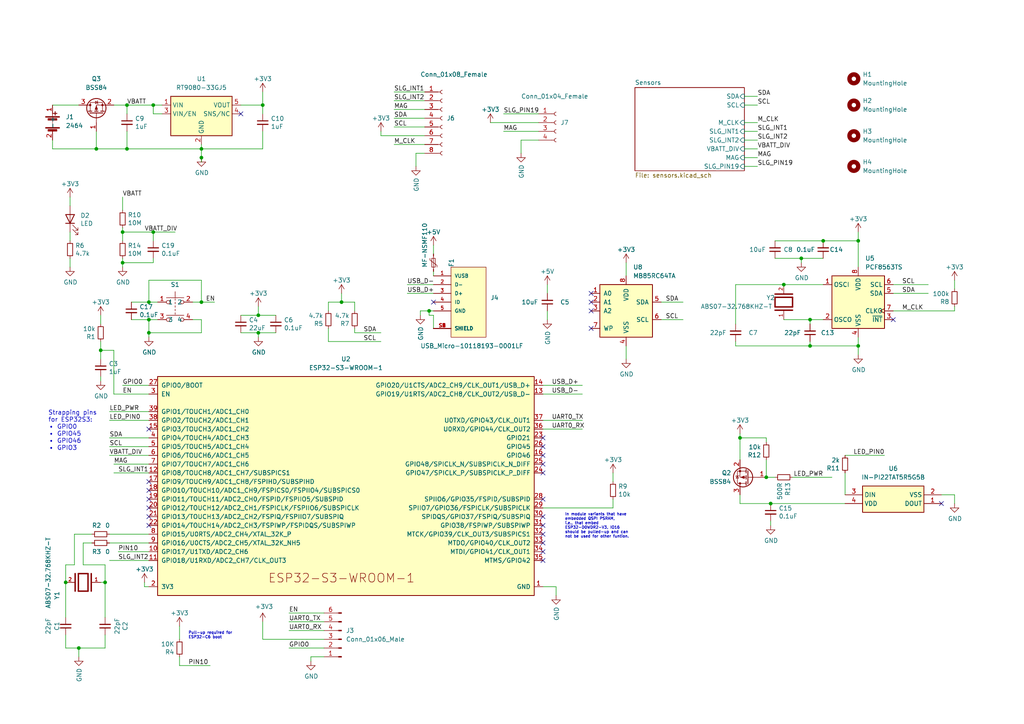
<source format=kicad_sch>
(kicad_sch (version 20211123) (generator eeschema)
  (paper "A4")
  (lib_symbols
    (symbol "Connector:Conn_01x04_Female" (pin_names (offset 1.016) hide)
      (property "Reference" "J" (at 0 5.08 0))
      (property "Value" "Conn_01x04_Female" (at 0 -7.62 0))
      (symbol "Conn_01x04_Female_1_1"
        (pin passive line (at -5.08 2.54 0) (length 3.81) (name "Pin_1") (number "1"))
        (pin passive line (at -5.08 0 0) (length 3.81) (name "Pin_2") (number "2"))
        (pin passive line (at -5.08 -2.54 0) (length 3.81) (name "Pin_3") (number "3"))
        (pin passive line (at -5.08 -5.08 0) (length 3.81) (name "Pin_4") (number "4"))
      )
    )
    (symbol "Connector:Conn_01x06_Male" (pin_names (offset 1.016) hide)
      (property "Reference" "J" (at 0 7.62 0))
      (property "Value" "Conn_01x06_Male" (at 0 -10.16 0))
      (symbol "Conn_01x06_Male_1_1"
        (pin passive line (at 5.08 5.08 180) (length 3.81) (name "Pin_1") (number "1"))
        (pin passive line (at 5.08 2.54 180) (length 3.81) (name "Pin_2") (number "2"))
        (pin passive line (at 5.08 0 180) (length 3.81) (name "Pin_3") (number "3"))
        (pin passive line (at 5.08 -2.54 180) (length 3.81) (name "Pin_4") (number "4"))
        (pin passive line (at 5.08 -5.08 180) (length 3.81) (name "Pin_5") (number "5"))
        (pin passive line (at 5.08 -7.62 180) (length 3.81) (name "Pin_6") (number "6"))
      )
    )
    (symbol "Connector:Conn_01x08_Female" (pin_names (offset 1.016) hide)
      (property "Reference" "J" (at 0 10.16 0))
      (property "Value" "Conn_01x08_Female" (at 0 -12.7 0))
      (symbol "Conn_01x08_Female_1_1"
        (pin passive line (at -5.08 7.62 0) (length 3.81) (name "Pin_1") (number "1"))
        (pin passive line (at -5.08 5.08 0) (length 3.81) (name "Pin_2") (number "2"))
        (pin passive line (at -5.08 2.54 0) (length 3.81) (name "Pin_3") (number "3"))
        (pin passive line (at -5.08 0 0) (length 3.81) (name "Pin_4") (number "4"))
        (pin passive line (at -5.08 -2.54 0) (length 3.81) (name "Pin_5") (number "5"))
        (pin passive line (at -5.08 -5.08 0) (length 3.81) (name "Pin_6") (number "6"))
        (pin passive line (at -5.08 -7.62 0) (length 3.81) (name "Pin_7") (number "7"))
        (pin passive line (at -5.08 -10.16 0) (length 3.81) (name "Pin_8") (number "8"))
      )
    )
    (symbol "Espressif:ESP32-S3-WROOM-1" (pin_names (offset 1.016))
      (property "Reference" "U" (at -53.34 38.1 0))
      (property "Value" "ESP32-S3-WROOM-1" (at -53.34 35.56 0))
      (symbol "ESP32-S3-WROOM-1_0_0"
        (text "ESP32-S3-WROOM-1" (at 0 -25.4 0) (effects (font (size 2.54 2.54))))
        (pin power_in line (at 58.42 -27.94 180) (length 2.54) (name "GND") (number "1"))
        (pin bidirectional line (at -55.88 -17.78 0) (length 2.54) (name "GPIO17/U1TXD/ADC2_CH6") (number "10"))
        (pin bidirectional line (at -55.88 -20.32 0) (length 2.54) (name "GPIO18/U1RXD/ADC2_CH7/CLK_OUT3") (number "11"))
        (pin bidirectional line (at -55.88 5.08 0) (length 2.54) (name "GPIO8/TOUCH8/ADC1_CH7/SUBSPICS1") (number "12"))
        (pin bidirectional line (at 58.42 27.94 180) (length 2.54) (name "GPIO19/U1RTS/ADC2_CH8/CLK_OUT2/USB_D-") (number "13"))
        (pin bidirectional line (at 58.42 30.48 180) (length 2.54) (name "GPIO20/U1CTS/ADC2_CH9/CLK_OUT1/USB_D+") (number "14"))
        (pin bidirectional line (at -55.88 17.78 0) (length 2.54) (name "GPIO3/TOUCH3/ADC1_CH2") (number "15"))
        (pin bidirectional line (at 58.42 10.16 180) (length 2.54) (name "GPIO46") (number "16"))
        (pin bidirectional line (at -55.88 2.54 0) (length 2.54) (name "GPIO9/TOUCH9/ADC1_CH8/FSPIHD/SUBSPIHD") (number "17"))
        (pin bidirectional line (at -55.88 0 0) (length 2.54) (name "GPIO10/TOUCH10/ADC1_CH9/FSPICS0/FSPIIO4/SUBSPICS0") (number "18"))
        (pin bidirectional line (at -55.88 -2.54 0) (length 2.54) (name "GPIO11/TOUCH11/ADC2_CH0/FSPID/FSPIIO5/SUBSPID") (number "19"))
        (pin power_in line (at -55.88 -27.94 0) (length 2.54) (name "3V3") (number "2"))
        (pin bidirectional line (at -55.88 -5.08 0) (length 2.54) (name "GPIO12/TOUCH12/ADC2_CH1/FSPICLK/FSPIIO6/SUBSPICLK") (number "20"))
        (pin bidirectional line (at -55.88 -7.62 0) (length 2.54) (name "GPIO13/TOUCH13/ADC2_CH2/FSPIQ/FSPIIO7/SUBSPIQ") (number "21"))
        (pin bidirectional line (at -55.88 -10.16 0) (length 2.54) (name "GPIO14/TOUCH14/ADC2_CH3/FSPIWP/FSPIDQS/SUBSPIWP") (number "22"))
        (pin bidirectional line (at 58.42 15.24 180) (length 2.54) (name "GPIO21") (number "23"))
        (pin bidirectional line (at 58.42 5.08 180) (length 2.54) (name "GPIO47/SPICLK_P/SUBSPICLK_P_DIFF") (number "24"))
        (pin bidirectional line (at 58.42 7.62 180) (length 2.54) (name "GPIO48/SPICLK_N/SUBSPICLK_N_DIFF") (number "25"))
        (pin bidirectional line (at 58.42 12.7 180) (length 2.54) (name "GPIO45") (number "26"))
        (pin bidirectional line (at -55.88 30.48 0) (length 2.54) (name "GPIO0/BOOT") (number "27"))
        (pin bidirectional line (at 58.42 -2.54 180) (length 2.54) (name "SPIIO6/GPIO35/FSPID/SUBSPID") (number "28"))
        (pin bidirectional line (at 58.42 -5.08 180) (length 2.54) (name "SPIIO7/GPIO36/FSPICLK/SUBSPICLK") (number "29"))
        (pin input line (at -55.88 27.94 0) (length 2.54) (name "EN") (number "3"))
        (pin bidirectional line (at 58.42 -7.62 180) (length 2.54) (name "SPIDQS/GPIO37/FSPIQ/SUBSPIQ") (number "30"))
        (pin bidirectional line (at 58.42 -10.16 180) (length 2.54) (name "GPIO38/FSPIWP/SUBSPIWP") (number "31"))
        (pin bidirectional line (at 58.42 -12.7 180) (length 2.54) (name "MTCK/GPIO39/CLK_OUT3/SUBSPICS1") (number "32"))
        (pin bidirectional line (at 58.42 -15.24 180) (length 2.54) (name "MTDO/GPIO40/CLK_OUT2") (number "33"))
        (pin bidirectional line (at 58.42 -17.78 180) (length 2.54) (name "MTDI/GPIO41/CLK_OUT1") (number "34"))
        (pin bidirectional line (at 58.42 -20.32 180) (length 2.54) (name "MTMS/GPIO42") (number "35"))
        (pin bidirectional line (at 58.42 17.78 180) (length 2.54) (name "U0RXD/GPIO44/CLK_OUT2") (number "36"))
        (pin bidirectional line (at 58.42 20.32 180) (length 2.54) (name "U0TXD/GPIO43/CLK_OUT1") (number "37"))
        (pin bidirectional line (at -55.88 20.32 0) (length 2.54) (name "GPIO2/TOUCH2/ADC1_CH1") (number "38"))
        (pin bidirectional line (at -55.88 22.86 0) (length 2.54) (name "GPIO1/TOUCH1/ADC1_CH0") (number "39"))
        (pin bidirectional line (at -55.88 15.24 0) (length 2.54) (name "GPIO4/TOUCH4/ADC1_CH3") (number "4"))
        (pin passive line (at 58.42 -27.94 180) (length 2.54) hide (name "GND") (number "40"))
        (pin passive line (at 58.42 -27.94 180) (length 2.54) hide (name "GND") (number "41"))
        (pin bidirectional line (at -55.88 12.7 0) (length 2.54) (name "GPIO5/TOUCH5/ADC1_CH4") (number "5"))
        (pin bidirectional line (at -55.88 10.16 0) (length 2.54) (name "GPIO6/TOUCH6/ADC1_CH5") (number "6"))
        (pin bidirectional line (at -55.88 7.62 0) (length 2.54) (name "GPIO7/TOUCH7/ADC1_CH6") (number "7"))
        (pin bidirectional line (at -55.88 -12.7 0) (length 2.54) (name "GPIO15/U0RTS/ADC2_CH4/XTAL_32K_P") (number "8"))
        (pin bidirectional line (at -55.88 -15.24 0) (length 2.54) (name "GPIO16/U0CTS/ADC2_CH5/XTAL_32K_NH5") (number "9"))
      )
    )
    (symbol "Mechanical:MountingHole" (pin_names (offset 1.016))
      (property "Reference" "H" (at 0 5.08 0))
      (property "Value" "MountingHole" (at 0 3.175 0))
    )
    (symbol "Memory_NVRAM:FM24C64C" (pin_names (offset 1.016))
      (property "Reference" "U" (at -5.08 8.89 0))
      (property "Value" "FM24C64C" (at 6.35 -8.89 0))
      (symbol "FM24C64C_1_1"
        (pin input line (at -10.16 5.08 0) (length 2.54) (name "A0") (number "1"))
        (pin input line (at -10.16 2.54 0) (length 2.54) (name "A1") (number "2"))
        (pin input line (at -10.16 0 0) (length 2.54) (name "A2") (number "3"))
        (pin power_in line (at 0 -10.16 90) (length 2.54) (name "VSS") (number "4"))
        (pin bidirectional line (at 10.16 2.54 180) (length 2.54) (name "SDA") (number "5"))
        (pin input line (at 10.16 -2.54 180) (length 2.54) (name "SCL") (number "6"))
        (pin input line (at -10.16 -5.08 0) (length 2.54) (name "WP") (number "7"))
        (pin power_in line (at 0 10.16 270) (length 2.54) (name "VDD") (number "8"))
      )
    )
    (symbol "Nabil:2464" (pin_names (offset 0.762))
      (property "Reference" "J" (at 19.05 7.62 0))
      (property "Value" "2464" (at 19.05 5.08 0))
      (symbol "2464_0_0"
        (pin passive line (at -14.224 -1.651 0) (length 5.08) hide (name "MH1") (number "MH1"))
        (pin passive line (at -14.224 0.889 0) (length 5.08) hide (name "MH2") (number "MH2"))
      )
      (symbol "2464_1_1"
        (pin passive line (at 0 5.08 270) (length 2.54) (name "+") (number "1"))
        (pin passive line (at 0 -5.08 90) (length 2.54) (name "-") (number "2"))
      )
    )
    (symbol "Nabil:ABS07-32.768KHZ-T" (pin_names (offset 1.016))
      (property "Reference" "Y" (at -5.0878 3.8159 0))
      (property "Value" "ABS07-32.768KHZ-T" (at -5.0944 -5.0944 0))
      (symbol "ABS07-32.768KHZ-T_0_0"
        (pin passive line (at -5.08 0 0) (length 2.54) (name "~") (number "1"))
        (pin passive line (at 5.08 0 180) (length 2.54) (name "~") (number "2"))
      )
    )
    (symbol "Nabil:IN-PI22TAT5R5G5B"
      (property "Reference" "U" (at 0 0 0))
      (property "Value" "IN-PI22TAT5R5G5B" (at 0 0 0))
      (property "Reference_1" "LED" (at 24.13 7.62 0))
      (property "Value_1" "IN-PI22TAT5R5G5B" (at 24.13 5.08 0))
      (symbol "IN-PI22TAT5R5G5B_1_1"
        (pin passive line (at 27.94 -2.54 180) (length 5.08) (name "DOUT") (number "1"))
        (pin passive line (at 27.94 0 180) (length 5.08) (name "VSS") (number "2"))
        (pin passive line (at 0 0 0) (length 5.08) (name "DIN") (number "3"))
        (pin passive line (at 0 -2.54 0) (length 5.08) (name "VDD") (number "4"))
      )
    )
    (symbol "Nabil:PTS526_SK15_SMTR2_LFS"
      (property "Reference" "S?" (at 0 0 0))
      (property "Value" "PTS526_SK15_SMTR2_LFS" (at 1.27 6.35 0))
      (property "Reference_1" "S" (at -11.43 -6.35 0))
      (property "Value_1" "PTS526_SK15_SMTR2_LFS" (at -11.43 -8.89 0))
      (symbol "PTS526_SK15_SMTR2_LFS_0_1"
        (pin passive line (at -5.08 1.27 0) (length 2.54) (name "1") (number "1"))
        (pin passive line (at 5.08 1.27 180) (length 2.54) (name "2") (number "2"))
        (pin passive line (at -5.08 -3.81 0) (length 2.54) (name "3") (number "3"))
        (pin passive line (at 5.08 -3.81 180) (length 2.54) (name "4") (number "4"))
      )
    )
    (symbol "Nabil:RT9080N"
      (property "Reference" "U" (at 0 6.35 0))
      (property "Value" "RT9080N" (at 6.35 -7.62 0))
      (symbol "RT9080N_1_1"
        (pin power_in line (at -11.43 2.54 0) (length 2.54) (name "VIN") (number "1"))
        (pin power_in line (at 0 -8.89 90) (length 2.54) (name "GND") (number "2"))
        (pin input line (at -11.43 0 0) (length 2.54) (name "VIN/EN") (number "3"))
        (pin passive line (at 11.43 0 180) (length 2.54) (name "SNS/NC") (number "4"))
        (pin power_out line (at 11.43 2.54 180) (length 2.54) (name "VOUT") (number "5"))
      )
    )
    (symbol "Nabil:USB_Micro-10118193-0001LF" (pin_names (offset 1.016))
      (property "Reference" "J" (at -5.0817 10.9286 0))
      (property "Value" "USB_Micro-10118193-0001LF" (at -5.0819 -12.7097 0))
      (symbol "USB_Micro-10118193-0001LF_0_0"
        (pin power_in line (at -10.16 7.62 0) (length 5.08) (name "VUSB") (number "1"))
        (pin passive line (at -10.16 5.08 0) (length 5.08) (name "D-") (number "2"))
        (pin passive line (at -10.16 2.54 0) (length 5.08) (name "D+") (number "3"))
        (pin passive line (at -10.16 0 0) (length 5.08) (name "ID") (number "4"))
        (pin passive line (at -10.16 -2.54 0) (length 5.08) (name "GND") (number "5"))
        (pin passive line (at -10.16 -7.62 0) (length 5.08) (name "SHIELD") (number "S1"))
        (pin passive line (at -10.16 -7.62 0) (length 5.08) (name "SHIELD") (number "S2"))
        (pin passive line (at -10.16 -7.62 0) (length 5.08) (name "SHIELD") (number "S3"))
        (pin passive line (at -10.16 -7.62 0) (length 5.08) (name "SHIELD") (number "S4"))
        (pin passive line (at -10.16 -7.62 0) (length 5.08) (name "SHIELD") (number "S5"))
        (pin passive line (at -10.16 -7.62 0) (length 5.08) (name "SHIELD") (number "S6"))
      )
    )
    (symbol "Timer_RTC:PCF8563TS"
      (property "Reference" "U" (at -7.62 8.89 0))
      (property "Value" "PCF8563TS" (at 2.54 8.89 0))
      (symbol "PCF8563TS_1_1"
        (pin input line (at -10.16 5.08 0) (length 2.54) (name "OSCI") (number "1"))
        (pin output line (at -10.16 -5.08 0) (length 2.54) (name "OSCO") (number "2"))
        (pin output line (at 10.16 -5.08 180) (length 2.54) (name "~{INT}") (number "3"))
        (pin power_in line (at 0 -10.16 90) (length 2.54) (name "VSS") (number "4"))
        (pin bidirectional line (at 10.16 2.54 180) (length 2.54) (name "SDA") (number "5"))
        (pin input line (at 10.16 5.08 180) (length 2.54) (name "SCL") (number "6"))
        (pin output clock (at 10.16 -2.54 180) (length 2.54) (name "CLKO") (number "7"))
        (pin power_in line (at 0 10.16 270) (length 2.54) (name "VDD") (number "8"))
      )
    )
    (symbol "Transistor_FET:BSS84" (pin_names hide)
      (property "Reference" "Q" (at 5.08 1.905 0))
      (property "Value" "BSS84" (at 5.08 0 0))
      (symbol "BSS84_1_1"
        (pin input line (at -5.08 0 0) (length 2.54) (name "G") (number "1"))
        (pin passive line (at 2.54 -5.08 90) (length 2.54) (name "S") (number "2"))
        (pin passive line (at 2.54 5.08 270) (length 2.54) (name "D") (number "3"))
      )
    )
    (symbol "water_meter-rescue:+3.3V-power" (power) (pin_names (offset 0))
      (property "Value" "+3.3V-power" (at 0 3.556 0))
      (symbol "+3.3V-power_1_1"
        (pin power_in line (at 0 0 90) (length 0) hide (name "+3V3") (number "1"))
      )
    )
    (symbol "water_meter-rescue:+5V-power" (power) (pin_names (offset 0))
      (property "Value" "+5V-power" (at 0 3.556 0))
      (symbol "+5V-power_1_1"
        (pin power_in line (at 0 0 90) (length 0) hide (name "+5V") (number "1"))
      )
    )
    (symbol "water_meter-rescue:C_Small-Device" (pin_numbers hide) (pin_names (offset 0.254) hide)
      (property "Reference" "C" (at 0.254 1.778 0))
      (property "Value" "C_Small-Device" (at 0.254 -2.032 0))
      (symbol "C_Small-Device_1_1"
        (pin passive line (at 0 2.54 270) (length 2.032) (name "~") (number "1"))
        (pin passive line (at 0 -2.54 90) (length 2.032) (name "~") (number "2"))
      )
    )
    (symbol "water_meter-rescue:GND-power" (power) (pin_names (offset 0))
      (property "Value" "GND-power" (at 0 -3.81 0))
      (symbol "GND-power_1_1"
        (pin power_in line (at 0 0 270) (length 0) hide (name "GND") (number "1"))
      )
    )
    (symbol "water_meter-rescue:LED-Device" (pin_numbers hide) (pin_names (offset 1.016) hide)
      (property "Reference" "D" (at 0 2.54 0))
      (property "Value" "LED-Device" (at 0 -2.54 0))
      (symbol "LED-Device_1_1"
        (pin passive line (at -3.81 0 0) (length 2.54) (name "K") (number "1"))
        (pin passive line (at 3.81 0 180) (length 2.54) (name "A") (number "2"))
      )
    )
    (symbol "water_meter-rescue:Polyfuse_Small-Device" (pin_numbers hide) (pin_names (offset 0))
      (property "Reference" "F" (at -1.905 0 90))
      (property "Value" "Polyfuse_Small-Device" (at 1.905 0 90))
      (symbol "Polyfuse_Small-Device_1_1"
        (pin passive line (at 0 2.54 270) (length 0.635) (name "~") (number "1"))
        (pin passive line (at 0 -2.54 90) (length 0.635) (name "~") (number "2"))
      )
    )
    (symbol "water_meter-rescue:R_Small-Device" (pin_numbers hide) (pin_names (offset 0.254) hide)
      (property "Reference" "R" (at 0.762 0.508 0))
      (property "Value" "R_Small-Device" (at 0.762 -1.016 0))
      (symbol "R_Small-Device_1_1"
        (pin passive line (at 0 2.54 270) (length 0.762) (name "~") (number "1"))
        (pin passive line (at 0 -2.54 90) (length 0.762) (name "~") (number "2"))
      )
    )
  )
  (junction (at 124.46 90.17))
  (junction (at 27.94 43.18))
  (junction (at 43.18 87.63))
  (junction (at 58.42 45.72))
  (junction (at 234.95 92.71))
  (junction (at 22.86 187.96))
  (junction (at 58.42 43.18))
  (junction (at 232.41 74.93))
  (junction (at 19.05 168.91))
  (junction (at 223.52 146.05))
  (junction (at 248.92 100.33))
  (junction (at 74.93 91.44))
  (junction (at 76.2 30.48))
  (junction (at 36.83 43.18))
  (junction (at 43.18 96.52))
  (junction (at 44.45 67.31))
  (junction (at 248.92 69.85))
  (junction (at 35.56 67.31))
  (junction (at 58.42 87.63))
  (junction (at 234.95 100.33))
  (junction (at 35.56 76.2))
  (junction (at 222.25 138.43))
  (junction (at 44.45 30.48))
  (junction (at 214.63 127))
  (junction (at 227.33 82.55))
  (junction (at 43.18 92.71))
  (junction (at 238.76 69.85))
  (junction (at 30.48 168.91))
  (junction (at 29.21 101.6))
  (junction (at 74.93 96.52))
  (junction (at 36.83 30.48))
  (junction (at 99.06 87.63))
  (no_connect (at 171.45 85.09))
  (no_connect (at 157.48 152.4))
  (no_connect (at 43.18 152.4))
  (no_connect (at 157.48 154.94))
  (no_connect (at 43.18 139.7))
  (no_connect (at 43.18 142.24))
  (no_connect (at 157.48 144.78))
  (no_connect (at 273.05 146.05))
  (no_connect (at 157.48 157.48))
  (no_connect (at 171.45 95.25))
  (no_connect (at 157.48 127))
  (no_connect (at 171.45 90.17))
  (no_connect (at 157.48 134.62))
  (no_connect (at 157.48 160.02))
  (no_connect (at 157.48 149.86))
  (no_connect (at 43.18 144.78))
  (no_connect (at 157.48 132.08))
  (no_connect (at 69.85 33.02))
  (no_connect (at 157.48 137.16))
  (no_connect (at 157.48 162.56))
  (no_connect (at 171.45 87.63))
  (no_connect (at 259.08 92.71))
  (no_connect (at 157.48 129.54))
  (no_connect (at 43.18 149.86))
  (no_connect (at 125.73 87.63))
  (no_connect (at 43.18 124.46))
  (no_connect (at 43.18 147.32))
  (wire (pts (xy 36.83 43.18) (xy 58.42 43.18)))
  (wire (pts (xy 76.2 185.42) (xy 76.2 180.34)))
  (wire (pts (xy 248.92 67.31) (xy 248.92 69.85)))
  (wire (pts (xy 124.46 91.44) (xy 124.46 90.17)))
  (wire (pts (xy 29.21 99.06) (xy 29.21 101.6)))
  (wire (pts (xy 157.48 147.32) (xy 177.8 147.32)))
  (wire (pts (xy 146.05 38.1) (xy 156.21 38.1)))
  (wire (pts (xy 245.11 137.16) (xy 245.11 143.51)))
  (wire (pts (xy 215.9 43.18) (xy 219.71 43.18)))
  (wire (pts (xy 76.2 30.48) (xy 76.2 33.02)))
  (wire (pts (xy 58.42 81.28) (xy 58.42 87.63)))
  (wire (pts (xy 83.82 187.96) (xy 93.98 187.96)))
  (wire (pts (xy 99.06 87.63) (xy 102.87 87.63)))
  (wire (pts (xy 124.46 90.17) (xy 121.92 90.17)))
  (wire (pts (xy 74.93 91.44) (xy 80.01 91.44)))
  (wire (pts (xy 19.05 168.91) (xy 19.05 179.07)))
  (wire (pts (xy 114.3 41.91) (xy 123.19 41.91)))
  (wire (pts (xy 21.59 163.83) (xy 21.59 154.94)))
  (wire (pts (xy 31.75 127) (xy 43.18 127)))
  (wire (pts (xy 276.86 81.28) (xy 276.86 83.82)))
  (wire (pts (xy 90.17 190.5) (xy 90.17 191.77)))
  (wire (pts (xy 248.92 100.33) (xy 248.92 102.87)))
  (wire (pts (xy 24.13 163.83) (xy 30.48 163.83)))
  (wire (pts (xy 33.02 114.3) (xy 43.18 114.3)))
  (wire (pts (xy 214.63 125.73) (xy 214.63 127)))
  (wire (pts (xy 69.85 30.48) (xy 76.2 30.48)))
  (wire (pts (xy 22.86 190.5) (xy 22.86 187.96)))
  (wire (pts (xy 214.63 127) (xy 214.63 133.35)))
  (wire (pts (xy 102.87 87.63) (xy 102.87 90.17)))
  (wire (pts (xy 26.67 157.48) (xy 24.13 157.48)))
  (wire (pts (xy 222.25 133.35) (xy 222.25 138.43)))
  (wire (pts (xy 44.45 30.48) (xy 46.99 30.48)))
  (wire (pts (xy 35.56 111.76) (xy 43.18 111.76)))
  (wire (pts (xy 161.29 170.18) (xy 161.29 172.72)))
  (wire (pts (xy 30.48 163.83) (xy 30.48 168.91)))
  (wire (pts (xy 27.94 38.1) (xy 27.94 43.18)))
  (wire (pts (xy 121.92 90.17) (xy 121.92 91.44)))
  (wire (pts (xy 20.32 69.85) (xy 20.32 67.31)))
  (wire (pts (xy 142.24 35.56) (xy 156.21 35.56)))
  (wire (pts (xy 114.3 29.21) (xy 123.19 29.21)))
  (wire (pts (xy 44.45 33.02) (xy 44.45 30.48)))
  (wire (pts (xy 224.79 69.85) (xy 238.76 69.85)))
  (wire (pts (xy 29.21 101.6) (xy 29.21 104.14)))
  (wire (pts (xy 114.3 26.67) (xy 123.19 26.67)))
  (wire (pts (xy 177.8 144.78) (xy 177.8 147.32)))
  (wire (pts (xy 55.88 87.63) (xy 58.42 87.63)))
  (wire (pts (xy 36.83 38.1) (xy 36.83 43.18)))
  (wire (pts (xy 20.32 59.69) (xy 20.32 57.15)))
  (wire (pts (xy 31.75 157.48) (xy 43.18 157.48)))
  (wire (pts (xy 125.73 91.44) (xy 124.46 91.44)))
  (wire (pts (xy 114.3 36.83) (xy 123.19 36.83)))
  (wire (pts (xy 259.08 90.17) (xy 276.86 90.17)))
  (wire (pts (xy 19.05 187.96) (xy 19.05 184.15)))
  (wire (pts (xy 46.99 33.02) (xy 44.45 33.02)))
  (wire (pts (xy 110.49 39.37) (xy 123.19 39.37)))
  (wire (pts (xy 35.56 76.2) (xy 35.56 74.93)))
  (wire (pts (xy 232.41 74.93) (xy 238.76 74.93)))
  (wire (pts (xy 45.72 87.63) (xy 43.18 87.63)))
  (wire (pts (xy 245.11 132.08) (xy 256.54 132.08)))
  (wire (pts (xy 215.9 40.64) (xy 219.71 40.64)))
  (wire (pts (xy 33.02 114.3) (xy 33.02 101.6)))
  (wire (pts (xy 58.42 41.91) (xy 58.42 43.18)))
  (wire (pts (xy 276.86 143.51) (xy 276.86 146.05)))
  (wire (pts (xy 213.36 93.98) (xy 213.36 82.55)))
  (wire (pts (xy 120.65 44.45) (xy 120.65 48.26)))
  (wire (pts (xy 95.25 99.06) (xy 110.49 99.06)))
  (wire (pts (xy 93.98 190.5) (xy 90.17 190.5)))
  (wire (pts (xy 276.86 90.17) (xy 276.86 88.9)))
  (wire (pts (xy 35.56 67.31) (xy 44.45 67.31)))
  (wire (pts (xy 213.36 99.06) (xy 213.36 100.33)))
  (wire (pts (xy 43.18 96.52) (xy 58.42 96.52)))
  (wire (pts (xy 44.45 76.2) (xy 35.56 76.2)))
  (wire (pts (xy 157.48 121.92) (xy 168.91 121.92)))
  (wire (pts (xy 248.92 97.79) (xy 248.92 100.33)))
  (wire (pts (xy 181.61 76.2) (xy 181.61 80.01)))
  (wire (pts (xy 55.88 92.71) (xy 58.42 92.71)))
  (wire (pts (xy 29.21 91.44) (xy 29.21 93.98)))
  (wire (pts (xy 58.42 87.63) (xy 62.23 87.63)))
  (wire (pts (xy 248.92 69.85) (xy 248.92 77.47)))
  (wire (pts (xy 20.32 77.47) (xy 20.32 74.93)))
  (wire (pts (xy 222.25 128.27) (xy 222.25 127)))
  (wire (pts (xy 76.2 43.18) (xy 58.42 43.18)))
  (wire (pts (xy 215.9 27.94) (xy 219.71 27.94)))
  (wire (pts (xy 102.87 95.25) (xy 102.87 96.52)))
  (wire (pts (xy 22.86 187.96) (xy 19.05 187.96)))
  (wire (pts (xy 157.48 111.76) (xy 168.91 111.76)))
  (wire (pts (xy 223.52 151.13) (xy 223.52 152.4)))
  (wire (pts (xy 181.61 100.33) (xy 181.61 104.14)))
  (wire (pts (xy 157.48 124.46) (xy 168.91 124.46)))
  (wire (pts (xy 19.05 163.83) (xy 19.05 168.91)))
  (wire (pts (xy 213.36 82.55) (xy 227.33 82.55)))
  (wire (pts (xy 35.56 66.04) (xy 35.56 67.31)))
  (wire (pts (xy 76.2 38.1) (xy 76.2 43.18)))
  (wire (pts (xy 34.29 160.02) (xy 43.18 160.02)))
  (wire (pts (xy 157.48 114.3) (xy 168.91 114.3)))
  (wire (pts (xy 31.75 119.38) (xy 43.18 119.38)))
  (wire (pts (xy 22.86 187.96) (xy 30.48 187.96)))
  (wire (pts (xy 191.77 87.63) (xy 198.12 87.63)))
  (wire (pts (xy 227.33 92.71) (xy 234.95 92.71)))
  (wire (pts (xy 146.05 33.02) (xy 156.21 33.02)))
  (wire (pts (xy 30.48 179.07) (xy 30.48 168.91)))
  (wire (pts (xy 38.1 87.63) (xy 43.18 87.63)))
  (wire (pts (xy 43.18 170.18) (xy 41.91 170.18)))
  (wire (pts (xy 158.75 90.17) (xy 158.75 92.71)))
  (wire (pts (xy 52.07 193.04) (xy 60.96 193.04)))
  (wire (pts (xy 222.25 127) (xy 214.63 127)))
  (wire (pts (xy 43.18 87.63) (xy 43.18 81.28)))
  (wire (pts (xy 157.48 170.18) (xy 161.29 170.18)))
  (wire (pts (xy 215.9 38.1) (xy 219.71 38.1)))
  (wire (pts (xy 15.24 43.18) (xy 27.94 43.18)))
  (wire (pts (xy 35.56 67.31) (xy 35.56 69.85)))
  (wire (pts (xy 15.24 30.48) (xy 22.86 30.48)))
  (wire (pts (xy 95.25 95.25) (xy 95.25 99.06)))
  (wire (pts (xy 43.18 162.56) (xy 31.75 162.56)))
  (wire (pts (xy 215.9 35.56) (xy 219.71 35.56)))
  (wire (pts (xy 33.02 134.62) (xy 43.18 134.62)))
  (wire (pts (xy 41.91 170.18) (xy 41.91 168.91)))
  (wire (pts (xy 38.1 92.71) (xy 43.18 92.71)))
  (wire (pts (xy 177.8 137.16) (xy 177.8 139.7)))
  (wire (pts (xy 95.25 87.63) (xy 99.06 87.63)))
  (wire (pts (xy 83.82 177.8) (xy 93.98 177.8)))
  (wire (pts (xy 158.75 82.55) (xy 158.75 85.09)))
  (wire (pts (xy 44.45 67.31) (xy 50.8 67.31)))
  (wire (pts (xy 52.07 181.61) (xy 52.07 185.42)))
  (wire (pts (xy 123.19 44.45) (xy 120.65 44.45)))
  (wire (pts (xy 234.95 92.71) (xy 234.95 93.98)))
  (wire (pts (xy 259.08 85.09) (xy 269.24 85.09)))
  (wire (pts (xy 35.56 77.47) (xy 35.56 76.2)))
  (wire (pts (xy 102.87 96.52) (xy 110.49 96.52)))
  (wire (pts (xy 215.9 48.26) (xy 219.71 48.26)))
  (wire (pts (xy 125.73 78.74) (xy 125.73 80.01)))
  (wire (pts (xy 58.42 45.72) (xy 58.42 46.99)))
  (wire (pts (xy 74.93 96.52) (xy 74.93 97.79)))
  (wire (pts (xy 232.41 74.93) (xy 232.41 76.2)))
  (wire (pts (xy 33.02 137.16) (xy 43.18 137.16)))
  (wire (pts (xy 31.75 132.08) (xy 43.18 132.08)))
  (wire (pts (xy 125.73 71.12) (xy 125.73 73.66)))
  (wire (pts (xy 213.36 100.33) (xy 234.95 100.33)))
  (wire (pts (xy 21.59 163.83) (xy 19.05 163.83)))
  (wire (pts (xy 74.93 88.9) (xy 74.93 91.44)))
  (wire (pts (xy 24.13 157.48) (xy 24.13 163.83)))
  (wire (pts (xy 15.24 40.64) (xy 15.24 43.18)))
  (wire (pts (xy 83.82 182.88) (xy 93.98 182.88)))
  (wire (pts (xy 125.73 95.25) (xy 125.73 91.44)))
  (wire (pts (xy 44.45 74.93) (xy 44.45 76.2)))
  (wire (pts (xy 227.33 82.55) (xy 238.76 82.55)))
  (wire (pts (xy 74.93 96.52) (xy 80.01 96.52)))
  (wire (pts (xy 99.06 85.09) (xy 99.06 87.63)))
  (wire (pts (xy 234.95 99.06) (xy 234.95 100.33)))
  (wire (pts (xy 259.08 82.55) (xy 269.24 82.55)))
  (wire (pts (xy 69.85 96.52) (xy 74.93 96.52)))
  (wire (pts (xy 30.48 168.91) (xy 29.21 168.91)))
  (wire (pts (xy 52.07 190.5) (xy 52.07 193.04)))
  (wire (pts (xy 118.11 82.55) (xy 125.73 82.55)))
  (wire (pts (xy 125.73 90.17) (xy 124.46 90.17)))
  (wire (pts (xy 27.94 43.18) (xy 36.83 43.18)))
  (wire (pts (xy 191.77 92.71) (xy 198.12 92.71)))
  (wire (pts (xy 93.98 185.42) (xy 76.2 185.42)))
  (wire (pts (xy 224.79 74.93) (xy 232.41 74.93)))
  (wire (pts (xy 29.21 109.22) (xy 29.21 110.49)))
  (wire (pts (xy 33.02 30.48) (xy 36.83 30.48)))
  (wire (pts (xy 58.42 96.52) (xy 58.42 92.71)))
  (wire (pts (xy 43.18 92.71) (xy 43.18 96.52)))
  (wire (pts (xy 31.75 121.92) (xy 43.18 121.92)))
  (wire (pts (xy 223.52 146.05) (xy 245.11 146.05)))
  (wire (pts (xy 31.75 154.94) (xy 43.18 154.94)))
  (wire (pts (xy 110.49 39.37) (xy 110.49 38.1)))
  (wire (pts (xy 234.95 100.33) (xy 248.92 100.33)))
  (wire (pts (xy 273.05 143.51) (xy 276.86 143.51)))
  (wire (pts (xy 151.13 40.64) (xy 151.13 44.45)))
  (wire (pts (xy 44.45 67.31) (xy 44.45 69.85)))
  (wire (pts (xy 151.13 40.64) (xy 156.21 40.64)))
  (wire (pts (xy 33.02 101.6) (xy 29.21 101.6)))
  (wire (pts (xy 215.9 30.48) (xy 219.71 30.48)))
  (wire (pts (xy 118.11 85.09) (xy 125.73 85.09)))
  (wire (pts (xy 30.48 184.15) (xy 30.48 187.96)))
  (wire (pts (xy 36.83 30.48) (xy 36.83 33.02)))
  (wire (pts (xy 43.18 92.71) (xy 45.72 92.71)))
  (wire (pts (xy 35.56 57.15) (xy 35.56 60.96)))
  (wire (pts (xy 43.18 81.28) (xy 58.42 81.28)))
  (wire (pts (xy 214.63 146.05) (xy 223.52 146.05)))
  (wire (pts (xy 43.18 96.52) (xy 43.18 97.79)))
  (wire (pts (xy 76.2 30.48) (xy 76.2 26.67)))
  (wire (pts (xy 215.9 45.72) (xy 219.71 45.72)))
  (wire (pts (xy 229.87 138.43) (xy 241.3 138.43)))
  (wire (pts (xy 238.76 69.85) (xy 248.92 69.85)))
  (wire (pts (xy 21.59 154.94) (xy 26.67 154.94)))
  (wire (pts (xy 95.25 90.17) (xy 95.25 87.63)))
  (wire (pts (xy 222.25 138.43) (xy 224.79 138.43)))
  (wire (pts (xy 36.83 30.48) (xy 44.45 30.48)))
  (wire (pts (xy 214.63 146.05) (xy 214.63 143.51)))
  (wire (pts (xy 114.3 34.29) (xy 123.19 34.29)))
  (wire (pts (xy 114.3 31.75) (xy 123.19 31.75)))
  (wire (pts (xy 58.42 43.18) (xy 58.42 45.72)))
  (wire (pts (xy 31.75 129.54) (xy 43.18 129.54)))
  (wire (pts (xy 83.82 180.34) (xy 93.98 180.34)))
  (wire (pts (xy 69.85 91.44) (xy 74.93 91.44)))
  (wire (pts (xy 238.76 92.71) (xy 234.95 92.71)))
  (text "In module variants that have\nembedded QSPI PSRAM,\ni.e., that embed\nESP32-D0WDR2-V3, IO16\nshould be pulled-up and can\nnot be used for other funtion." (at 163.83 156.21 0) (effects (font (size 0.8 0.8)) (justify left bottom)))
  (text "Pull-up required for\nESP32-C6 boot" (at 54.61 185.42 0) (effects (font (size 0.8 0.8)) (justify left bottom)))
  (text "Strapping pins\nfor ESP32S3:\n• GPIO0\n• GPIO45\n• GPIO46\n• GPIO3" (at 13.97 130.81 0) (effects (font (size 1.27 1.27)) (justify left bottom)))
  (label "M_CLK" (at 114.3 41.91 0))
  (label "UART0_TX" (at 160.02 121.92 0))
  (label "SLG_INT1" (at 114.3 26.67 0))
  (label "SDA" (at 261.62 85.09 0))
  (label "SDA" (at 31.75 127 0))
  (label "VBATT_DIV" (at 31.75 132.08 0))
  (label "SLG_INT1" (at 219.71 38.1 0))
  (label "LED_PIN0" (at 256.54 132.08 180))
  (label "M_CLK" (at 261.62 90.17 0))
  (label "LED_PWR" (at 238.76 138.43 180))
  (label "VBATT" (at 36.83 30.48 0))
  (label "VBATT_DIV" (at 219.71 43.18 0))
  (label "SDA" (at 114.3 34.29 0))
  (label "GPIO0" (at 83.82 187.96 0))
  (label "SCL" (at 31.75 129.54 0))
  (label "GPIO0" (at 35.56 111.76 0))
  (label "SLG_INT1" (at 34.29 137.16 0))
  (label "SLG_INT2" (at 34.29 162.56 0))
  (label "PIN10" (at 54.61 193.04 0))
  (label "MAG" (at 219.71 45.72 0))
  (label "SLG_PIN19" (at 219.71 48.26 0))
  (label "SDA" (at 193.04 87.63 0))
  (label "LED_PIN0" (at 31.75 121.92 0))
  (label "UART0_TX" (at 83.82 180.34 0))
  (label "MAG" (at 146.05 38.1 0))
  (label "SDA" (at 219.71 27.94 0))
  (label "SCL" (at 193.04 92.71 0))
  (label "MAG" (at 33.02 134.62 0))
  (label "USB_D-" (at 118.11 82.55 0))
  (label "SDA" (at 105.41 96.52 0))
  (label "SCL" (at 114.3 36.83 0))
  (label "SLG_INT2" (at 219.71 40.64 0))
  (label "SLG_INT2" (at 114.3 29.21 0))
  (label "SCL" (at 105.41 99.06 0))
  (label "PIN10" (at 34.29 160.02 0))
  (label "USB_D-" (at 160.02 114.3 0))
  (label "SCL" (at 261.62 82.55 0))
  (label "VBATT" (at 35.56 57.15 0))
  (label "M_CLK" (at 219.71 35.56 0))
  (label "EN" (at 59.69 87.63 0))
  (label "UART0_RX" (at 83.82 182.88 0))
  (label "SLG_PIN19" (at 146.05 33.02 0))
  (label "USB_D+" (at 118.11 85.09 0))
  (label "EN" (at 35.56 114.3 0))
  (label "UART0_RX" (at 160.02 124.46 0))
  (label "USB_D+" (at 160.02 111.76 0))
  (label "EN" (at 83.82 177.8 0))
  (label "SCL" (at 219.71 30.48 0))
  (label "VBATT_DIV" (at 41.91 67.31 0))
  (label "MAG" (at 114.3 31.75 0))
  (label "LED_PWR" (at 31.75 119.38 0))
  (symbol (lib_id "water_meter-rescue:LED-Device") (at 20.32 63.5 90) (unit 1)
    (property "Reference" "D2" (at 23.3172 62.5094 90) (effects (justify right)))
    (property "Value" "LED" (at 23.3172 64.8208 90) (effects (justify right)))
    (property "Footprint" "LED_SMD:LED_0805_2012Metric" (effects hide))
  )
  (symbol (lib_id "water_meter-rescue:GND-power") (at 20.32 77.47 0) (unit 1)
    (property "Reference" "#PWR0107" (effects hide))
    (property "Value" "GND" (at 20.447 81.8642 0))
  )
  (symbol (lib_id "water_meter-rescue:+3.3V-power") (at 20.32 57.15 0) (unit 1)
    (property "Reference" "#PWR0108" (effects hide))
    (property "Value" "+3.3V" (at 20.32 53.34 0))
  )
  (symbol (lib_id "water_meter-rescue:R_Small-Device") (at 20.32 72.39 0) (unit 1)
    (property "Reference" "R6" (at 21.8186 71.2216 0) (effects (justify left)))
    (property "Value" "4.7k" (at 21.8186 73.533 0) (effects (justify left)))
    (property "Footprint" "Resistor_SMD:R_0805_2012Metric" (effects hide))
  )
  (symbol (lib_id "water_meter-rescue:GND-power") (at 121.92 91.44 0) (unit 1)
    (property "Reference" "#PWR0110" (effects hide))
    (property "Value" "GND" (at 122.047 94.6912 90) (effects (justify right)))
  )
  (symbol (lib_id "water_meter-rescue:+5V-power") (at 125.73 71.12 0) (unit 1)
    (property "Reference" "#PWR0114" (effects hide))
    (property "Value" "+5V" (at 125.73 67.31 0))
  )
  (symbol (lib_id "water_meter-rescue:Polyfuse_Small-Device") (at 125.73 76.2 0) (unit 1)
    (property "Reference" "F1" (at 130.937 76.2 90))
    (property "Value" "MF-NSMF110" (at 123.19 71.12 90))
    (property "Footprint" "Fuse:Fuse_1206_3216Metric" (effects hide))
    (property "Mouser Part Number" "652-MF-NSMF110-2" (effects hide))
  )
  (symbol (lib_id "water_meter-rescue:GND-power") (at 90.17 191.77 0) (unit 1)
    (property "Reference" "#PWR0117" (effects hide))
    (property "Value" "GND" (at 90.297 196.1642 0))
  )
  (symbol (lib_id "water_meter-rescue:+3.3V-power") (at 76.2 180.34 0) (unit 1)
    (property "Reference" "#PWR0116" (effects hide))
    (property "Value" "+3.3V" (at 76.581 175.9458 0))
  )
  (symbol (lib_id "water_meter-rescue:+3.3V-power") (at 76.2 26.67 0) (unit 1)
    (property "Reference" "#PWR0112" (effects hide))
    (property "Value" "+3.3V" (at 76.2 22.86 0))
  )
  (symbol (lib_id "water_meter-rescue:GND-power") (at 58.42 45.72 0) (unit 1)
    (property "Reference" "#PWR0113" (effects hide))
    (property "Value" "GND" (at 58.547 50.1142 0))
  )
  (symbol (lib_id "water_meter-rescue:C_Small-Device") (at 36.83 35.56 0) (unit 1)
    (property "Reference" "C9" (at 39.1668 34.3916 0) (effects (justify left)))
    (property "Value" "1uF" (at 39.1668 36.703 0) (effects (justify left)))
    (property "Footprint" "Capacitor_SMD:C_0805_2012Metric" (effects hide))
  )
  (symbol (lib_id "water_meter-rescue:C_Small-Device") (at 76.2 35.56 0) (unit 1)
    (property "Reference" "C10" (at 78.5368 34.3916 0) (effects (justify left)))
    (property "Value" "1uF" (at 78.5368 36.703 0) (effects (justify left)))
    (property "Footprint" "Capacitor_SMD:C_0805_2012Metric" (effects hide))
  )
  (symbol (lib_id "water_meter-rescue:C_Small-Device") (at 158.75 87.63 180) (unit 1)
    (property "Reference" "C5" (at 163.83 87.63 0))
    (property "Value" "10uF" (at 153.67 87.63 0))
    (property "Footprint" "Capacitor_SMD:C_0805_2012Metric" (effects hide))
  )
  (symbol (lib_id "Connector:Conn_01x04_Female") (at 161.29 35.56 0) (unit 1)
    (property "Reference" "J7" (at 162.56 35.5599 0) (effects (justify left)))
    (property "Value" "Conn_01x04_Female" (at 151.13 27.94 0) (effects (justify left)))
    (property "Footprint" "Connector_JST:JST_SH_SM04B-SRSS-TB_1x04-1MP_P1.00mm_Horizontal" (effects hide))
  )
  (symbol (lib_id "water_meter-rescue:R_Small-Device") (at 222.25 130.81 180) (unit 1)
    (property "Reference" "R12" (at 220.7514 131.9784 0) (effects (justify left)))
    (property "Value" "10k" (at 220.7514 129.667 0) (effects (justify left)))
    (property "Footprint" "Resistor_SMD:R_0805_2012Metric" (effects hide))
  )
  (symbol (lib_id "Transistor_FET:BSS84") (at 217.17 138.43 180) (unit 1)
    (property "Reference" "Q2" (at 212.09 137.1599 0) (effects (justify left)))
    (property "Value" "BSS84" (at 212.09 139.6999 0) (effects (justify left)))
    (property "Footprint" "Package_TO_SOT_SMD:SOT-23" (effects hide))
    (property "Datasheet" "http://assets.nexperia.com/documents/data-sheet/BSS84.pdf" (effects hide))
    (property "Mouser Part Number" "771-BSS84AK215" (effects hide))
  )
  (symbol (lib_id "Mechanical:MountingHole") (at 247.65 30.48 0) (unit 1)
    (property "Reference" "H2" (at 250.19 29.2099 0) (effects (justify left)))
    (property "Value" "MountingHole" (at 250.19 31.7499 0) (effects (justify left)))
    (property "Footprint" "MountingHole:MountingHole_6mm" (effects hide))
  )
  (symbol (lib_id "water_meter-rescue:GND-power") (at 161.29 172.72 0) (unit 1)
    (property "Reference" "#PWR012" (effects hide))
    (property "Value" "GND" (at 161.417 175.9712 90) (effects (justify right)))
  )
  (symbol (lib_id "water_meter-rescue:C_Small-Device") (at 29.21 106.68 0) (unit 1)
    (property "Reference" "C3" (at 31.5468 105.5116 0) (effects (justify left)))
    (property "Value" "1uF" (at 31.5468 107.823 0) (effects (justify left)))
    (property "Footprint" "Capacitor_SMD:C_0805_2012Metric" (effects hide))
  )
  (symbol (lib_id "Nabil:ABS07-32.768KHZ-T") (at 227.33 87.63 90) (unit 1)
    (property "Reference" "Y2" (at 222.25 86.36 90) (effects (justify right)))
    (property "Value" "ABS07-32.768KHZ-T" (at 203.2 88.9 90) (effects (justify right)))
    (property "Footprint" "Nabil:XTAL_ABS07-32.768KHZ-T" (effects hide))
    (property "PARTREV" "08.19.15" (effects hide))
    (property "MANUFACTURER" "Abracon" (effects hide))
    (property "MAXIMUM_PACKAGE_HEIGHT" "0.9 mm" (effects hide))
    (property "STANDARD" "Manufacturer Recommendations" (effects hide))
    (property "Mouser Part Number" "815-ABS07-32.768KHZT" (effects hide))
  )
  (symbol (lib_id "water_meter-rescue:+3.3V-power") (at 52.07 181.61 0) (unit 1)
    (property "Reference" "#PWR06" (effects hide))
    (property "Value" "+3.3V" (at 52.07 177.8 0))
  )
  (symbol (lib_id "water_meter-rescue:GND-power") (at 232.41 76.2 0) (unit 1)
    (property "Reference" "#PWR0105" (effects hide))
    (property "Value" "GND" (at 232.537 80.5942 0))
  )
  (symbol (lib_id "water_meter-rescue:+3.3V-power") (at 181.61 76.2 0) (unit 1)
    (property "Reference" "#PWR0121" (effects hide))
    (property "Value" "+3.3V" (at 181.61 72.39 0))
  )
  (symbol (lib_id "water_meter-rescue:R_Small-Device") (at 29.21 96.52 180) (unit 1)
    (property "Reference" "R1" (at 27.7114 97.6884 0) (effects (justify left)))
    (property "Value" "10k" (at 27.7114 95.377 0) (effects (justify left)))
    (property "Footprint" "Resistor_SMD:R_0805_2012Metric" (effects hide))
  )
  (symbol (lib_id "water_meter-rescue:R_Small-Device") (at 227.33 138.43 270) (unit 1)
    (property "Reference" "R13" (at 228.4984 139.9286 0) (effects (justify left)))
    (property "Value" "500R" (at 226.187 139.9286 0) (effects (justify left)))
    (property "Footprint" "Resistor_SMD:R_0805_2012Metric" (effects hide))
  )
  (symbol (lib_id "water_meter-rescue:C_Small-Device") (at 30.48 181.61 180) (unit 1)
    (property "Reference" "C2" (at 36.2966 181.61 90))
    (property "Value" "22pF" (at 33.9852 181.61 90))
    (property "Footprint" "Capacitor_SMD:C_0805_2012Metric" (effects hide))
  )
  (symbol (lib_id "water_meter-rescue:R_Small-Device") (at 35.56 63.5 0) (unit 1)
    (property "Reference" "R10" (at 37.0586 62.3316 0) (effects (justify left)))
    (property "Value" "10M" (at 37.0586 64.643 0) (effects (justify left)))
    (property "Footprint" "Resistor_SMD:R_0805_2012Metric" (effects hide))
  )
  (symbol (lib_id "water_meter-rescue:GND-power") (at 276.86 146.05 0) (unit 1)
    (property "Reference" "#PWR0119" (effects hide))
    (property "Value" "GND" (at 276.987 150.4442 0))
  )
  (symbol (lib_id "Connector:Conn_01x06_Male") (at 99.06 185.42 180) (unit 1)
    (property "Reference" "J3" (at 100.33 182.8799 0) (effects (justify right)))
    (property "Value" "Conn_01x06_Male" (at 100.33 185.4199 0) (effects (justify right)))
    (property "Footprint" "Connector_PinSocket_2.54mm:PinSocket_1x06_P2.54mm_Vertical" (effects hide))
  )
  (symbol (lib_id "water_meter-rescue:GND-power") (at 35.56 77.47 0) (unit 1)
    (property "Reference" "#PWR0118" (effects hide))
    (property "Value" "GND" (at 35.687 81.8642 0))
  )
  (symbol (lib_id "water_meter-rescue:C_Small-Device") (at 224.79 72.39 180) (unit 1)
    (property "Reference" "C8" (at 228.6 72.39 0))
    (property "Value" "10uF" (at 219.71 72.39 0))
    (property "Footprint" "Capacitor_SMD:C_0805_2012Metric" (effects hide))
  )
  (symbol (lib_id "water_meter-rescue:GND-power") (at 158.75 92.71 0) (unit 1)
    (property "Reference" "#PWR014" (effects hide))
    (property "Value" "GND" (at 158.877 95.9612 90) (effects (justify right)))
  )
  (symbol (lib_id "Nabil:PTS526_SK15_SMTR2_LFS") (at 50.8 88.9 0) (unit 1)
    (property "Reference" "S1" (at 50.8 82.55 0))
    (property "Value" "PTS526_SK15_SMTR2_LFS" (effects hide))
    (property "Footprint" "Nabil:PTS526SK15SMTR2LFS" (effects hide))
    (property "Reference_1" "S" (effects hide))
    (property "Value_1" "PTS526_SK15_SMTR2_LFS" (effects hide))
    (property "Footprint_1" "PTS526SK15SMTR2LFS" (effects hide))
    (property "Datasheet_1" "https://www.ckswitches.com/media/2780/pts526.pdf" (effects hide))
    (property "Height" "1.65" (effects hide))
    (property "Manufacturer_Name" "C & K COMPONENTS" (effects hide))
    (property "Manufacturer_Part_Number" "PTS526 SK15 SMTR2 LFS" (effects hide))
    (property "Mouser Part Number" "611-PTS526SK15SMR2L" (effects hide))
    (property "Mouser Price/Stock" "https://www.mouser.co.uk/ProductDetail/CK/PTS526-SK15-SMTR2-LFS?qs=UXgszm6BlbF5Ezp94JAQtw%3D%3D" (effects hide))
    (property "Arrow Part Number" "PTS526 SK15 SMTR2 LFS" (effects hide))
    (property "Arrow Price/Stock" "https://www.arrow.com/en/products/pts526-sk15-smtr2-lfs/ck?region=nac" (effects hide))
  )
  (symbol (lib_id "water_meter-rescue:R_Small-Device") (at 95.25 92.71 180) (unit 1)
    (property "Reference" "R5" (at 93.7514 93.8784 0) (effects (justify left)))
    (property "Value" "4.7k" (at 93.7514 91.567 0) (effects (justify left)))
    (property "Footprint" "Resistor_SMD:R_0805_2012Metric" (effects hide))
  )
  (symbol (lib_id "water_meter-rescue:+3.3V-power") (at 74.93 88.9 0) (unit 1)
    (property "Reference" "#PWR04" (effects hide))
    (property "Value" "+3.3V" (at 74.93 85.09 0))
  )
  (symbol (lib_id "water_meter-rescue:GND-power") (at 120.65 48.26 0) (unit 1)
    (property "Reference" "#PWR016" (effects hide))
    (property "Value" "GND" (at 120.777 51.5112 90) (effects (justify right)))
  )
  (symbol (lib_id "water_meter-rescue:+3.3V-power") (at 99.06 85.09 0) (unit 1)
    (property "Reference" "#PWR07" (effects hide))
    (property "Value" "+3.3V" (at 99.06 81.28 0))
  )
  (symbol (lib_id "water_meter-rescue:GND-power") (at 22.86 190.5 0) (unit 1)
    (property "Reference" "#PWR01" (effects hide))
    (property "Value" "GND" (at 22.987 193.7512 90) (effects (justify right)))
  )
  (symbol (lib_id "Nabil:RT9080N") (at 58.42 33.02 0) (unit 1)
    (property "Reference" "U1" (at 58.42 22.86 0))
    (property "Value" "RT9080-33GJ5" (at 58.42 25.4 0))
    (property "Footprint" "Package_TO_SOT_SMD:SOT-23-5_HandSoldering" (effects hide))
    (property "Digikey Part Number" "1028-1509-1-ND" (effects hide))
  )
  (symbol (lib_id "Mechanical:MountingHole") (at 247.65 39.37 0) (unit 1)
    (property "Reference" "H3" (at 250.19 38.0999 0) (effects (justify left)))
    (property "Value" "MountingHole" (at 250.19 40.6399 0) (effects (justify left)))
    (property "Footprint" "MountingHole:MountingHole_6mm" (effects hide))
  )
  (symbol (lib_id "water_meter-rescue:GND-power") (at 74.93 97.79 0) (unit 1)
    (property "Reference" "#PWR05" (effects hide))
    (property "Value" "GND" (at 75.057 102.1842 0))
  )
  (symbol (lib_id "water_meter-rescue:GND-power") (at 181.61 104.14 0) (unit 1)
    (property "Reference" "#PWR0106" (effects hide))
    (property "Value" "GND" (at 181.737 108.5342 0))
  )
  (symbol (lib_id "water_meter-rescue:C_Small-Device") (at 238.76 72.39 180) (unit 1)
    (property "Reference" "C14" (at 242.57 72.39 0))
    (property "Value" "0.1uF" (at 233.68 72.39 0))
    (property "Footprint" "Capacitor_SMD:C_0805_2012Metric" (effects hide))
  )
  (symbol (lib_id "water_meter-rescue:R_Small-Device") (at 245.11 134.62 180) (unit 1)
    (property "Reference" "R11" (at 243.6114 135.7884 0) (effects (justify left)))
    (property "Value" "2k" (at 243.6114 133.477 0) (effects (justify left)))
    (property "Footprint" "Resistor_SMD:R_0805_2012Metric" (effects hide))
  )
  (symbol (lib_id "water_meter-rescue:C_Small-Device") (at 213.36 96.52 180) (unit 1)
    (property "Reference" "C7" (at 218.44 96.52 0))
    (property "Value" "22pF" (at 208.28 96.52 0))
    (property "Footprint" "Capacitor_SMD:C_0805_2012Metric" (effects hide))
  )
  (symbol (lib_id "water_meter-rescue:GND-power") (at 223.52 152.4 0) (unit 1)
    (property "Reference" "#PWR09" (effects hide))
    (property "Value" "GND" (at 223.647 156.7942 0))
  )
  (symbol (lib_id "water_meter-rescue:R_Small-Device") (at 29.21 154.94 270) (unit 1)
    (property "Reference" "R2" (at 26.67 152.4 90) (effects (justify left)))
    (property "Value" "0" (at 30.48 152.4 90) (effects (justify left)))
    (property "Footprint" "Resistor_SMD:R_0805_2012Metric" (effects hide))
  )
  (symbol (lib_id "water_meter-rescue:C_Small-Device") (at 69.85 93.98 0) (unit 1)
    (property "Reference" "C4" (at 72.1868 92.8116 0) (effects (justify left)))
    (property "Value" "22uF" (at 72.1868 95.123 0) (effects (justify left)))
    (property "Footprint" "Capacitor_SMD:C_0805_2012Metric" (effects hide))
  )
  (symbol (lib_id "Mechanical:MountingHole") (at 247.65 22.86 0) (unit 1)
    (property "Reference" "H1" (at 250.19 21.5899 0) (effects (justify left)))
    (property "Value" "MountingHole" (at 250.19 24.1299 0) (effects (justify left)))
    (property "Footprint" "MountingHole:MountingHole_6mm" (effects hide))
  )
  (symbol (lib_id "Nabil:2464") (at 15.24 35.56 0) (unit 1)
    (property "Reference" "J1" (at 19.05 33.9089 0) (effects (justify left)))
    (property "Value" "2464" (at 19.05 36.4489 0) (effects (justify left)))
    (property "Footprint" "Nabil:2464" (effects hide))
    (property "Datasheet" "http://www.keyelco.com/product-pdf.cfm?p=1029" (effects hide))
    (property "Description" "KEYSTONE - 2464. - BATTERY HOLDER" (effects hide))
    (property "Height" "16" (effects hide))
    (property "Manufacturer_Name" "Keystone Electronics" (effects hide))
    (property "Manufacturer_Part_Number" "2464" (effects hide))
    (property "Mouser Part Number" "534-2464" (effects hide))
    (property "Mouser Price/Stock" "https://www.mouser.co.uk/ProductDetail/Keystone-Electronics/2464?qs=3CbvriavsLDuYK6W9WnmCg%3D%3D" (effects hide))
    (property "Arrow Part Number" "2464" (effects hide))
    (property "Arrow Price/Stock" "https://www.arrow.com/en/products/2464/keystone-electronics?region=europe" (effects hide))
  )
  (symbol (lib_id "water_meter-rescue:+3.3V-power") (at 177.8 137.16 0) (unit 1)
    (property "Reference" "#PWR015" (effects hide))
    (property "Value" "+3.3V" (at 177.8 133.35 0))
  )
  (symbol (lib_id "water_meter-rescue:GND-power") (at 248.92 102.87 0) (unit 1)
    (property "Reference" "#PWR0103" (effects hide))
    (property "Value" "GND" (at 249.047 107.2642 0))
  )
  (symbol (lib_id "Transistor_FET:BSS84") (at 27.94 33.02 90) (unit 1)
    (property "Reference" "Q3" (at 27.94 22.86 90))
    (property "Value" "BSS84" (at 27.94 25.4 90))
    (property "Footprint" "Package_TO_SOT_SMD:SOT-23" (effects hide))
    (property "Datasheet" "http://assets.nexperia.com/documents/data-sheet/BSS84.pdf" (effects hide))
    (property "Mouser Part Number" "771-BSS84AK215" (effects hide))
  )
  (symbol (lib_id "water_meter-rescue:GND-power") (at 151.13 44.45 0) (unit 1)
    (property "Reference" "#PWR018" (effects hide))
    (property "Value" "GND" (at 151.257 47.7012 90) (effects (justify right)))
  )
  (symbol (lib_id "water_meter-rescue:+3.3V-power") (at 29.21 91.44 0) (unit 1)
    (property "Reference" "#PWR02" (effects hide))
    (property "Value" "+3.3V" (at 29.21 87.63 0))
  )
  (symbol (lib_id "Memory_NVRAM:FM24C64C") (at 181.61 90.17 0) (unit 1)
    (property "Reference" "U8" (at 183.6294 77.47 0) (effects (justify left)))
    (property "Value" "MB85RC64TA" (at 183.6294 80.01 0) (effects (justify left)))
    (property "Footprint" "Package_SO:SOIC-8_3.9x4.9mm_P1.27mm" (effects hide))
    (property "Datasheet" "http://www.cypress.com/file/41651/download" (effects hide))
    (property "Mouser Part Number" "249-85C64TAPNFGBDR1" (effects hide))
  )
  (symbol (lib_id "water_meter-rescue:R_Small-Device") (at 52.07 187.96 180) (unit 1)
    (property "Reference" "R4" (at 50.5714 189.1284 0) (effects (justify left)))
    (property "Value" "10K" (at 50.5714 186.817 0) (effects (justify left)))
    (property "Footprint" "Resistor_SMD:R_0805_2012Metric" (effects hide))
  )
  (symbol (lib_id "water_meter-rescue:R_Small-Device") (at 29.21 157.48 270) (unit 1)
    (property "Reference" "R3" (at 26.67 160.02 90) (effects (justify left)))
    (property "Value" "0" (at 30.48 160.02 90) (effects (justify left)))
    (property "Footprint" "Resistor_SMD:R_0805_2012Metric" (effects hide))
  )
  (symbol (lib_id "water_meter-rescue:+5V-power") (at 158.75 82.55 0) (unit 1)
    (property "Reference" "#PWR013" (effects hide))
    (property "Value" "+5V" (at 158.75 78.74 0))
  )
  (symbol (lib_id "water_meter-rescue:C_Small-Device") (at 44.45 72.39 0) (unit 1)
    (property "Reference" "C19" (at 46.7868 71.2216 0) (effects (justify left)))
    (property "Value" "0.1uF" (at 46.7868 73.533 0) (effects (justify left)))
    (property "Footprint" "Capacitor_SMD:C_0805_2012Metric" (effects hide))
  )
  (symbol (lib_id "water_meter-rescue:GND-power") (at 43.18 97.79 0) (unit 1)
    (property "Reference" "#PWR0122" (effects hide))
    (property "Value" "GND" (at 43.307 102.1842 0))
  )
  (symbol (lib_id "water_meter-rescue:R_Small-Device") (at 276.86 86.36 180) (unit 1)
    (property "Reference" "R8" (at 275.3614 87.5284 0) (effects (justify left)))
    (property "Value" "100k" (at 275.3614 85.217 0) (effects (justify left)))
    (property "Footprint" "Resistor_SMD:R_0805_2012Metric" (effects hide))
  )
  (symbol (lib_id "water_meter-rescue:R_Small-Device") (at 35.56 72.39 0) (unit 1)
    (property "Reference" "R14" (at 37.0586 71.2216 0) (effects (justify left)))
    (property "Value" "10M" (at 37.0586 73.533 0) (effects (justify left)))
    (property "Footprint" "Resistor_SMD:R_0805_2012Metric" (effects hide))
  )
  (symbol (lib_id "Nabil:IN-PI22TAT5R5G5B") (at 245.11 143.51 0) (unit 1)
    (property "Reference" "U6" (at 259.08 135.89 0))
    (property "Value" "IN-PI22TAT5R5G5B" (at 259.08 138.43 0))
    (property "Footprint" "Nabil:INPI22TAT5R5G5B" (effects hide))
    (property "Reference_1" "LED" (effects hide))
    (property "Value_1" "IN-PI22TAT5R5G5B" (effects hide))
    (property "Footprint_1" "INPI22TAT5R5G5B" (effects hide))
    (property "Datasheet_1" "https://datasheet.datasheetarchive.com/originals/distributors/DKDS41/DSANUWW0022883.pdf" (effects hide))
    (property "Height" "1.1" (effects hide))
    (property "Manufacturer_Name" "Inolux" (effects hide))
    (property "Manufacturer_Part_Number" "IN-PI22TAT5R5G5B" (effects hide))
    (property "Mouser Part Number" "743-IN-PI22TAT5R5G5B" (effects hide))
    (property "Mouser Price/Stock" "https://www.mouser.co.uk/ProductDetail/Inolux/IN-PI22TAT5R5G5B?qs=mAH9sUMRCts0PRrjaGL0Aw%3D%3D" (effects hide))
    (property "Arrow Part Number" "IN-PI22TAT5R5G5B" (effects hide))
    (property "Arrow Price/Stock" "https://www.arrow.com/en/products/in-pi22tat5r5g5b/inolux-corporation" (effects hide))
  )
  (symbol (lib_id "Nabil:USB_Micro-10118193-0001LF") (at 135.89 87.63 0) (unit 1)
    (property "Reference" "J4" (at 142.24 86.3599 0) (effects (justify left)))
    (property "Value" "USB_Micro-10118193-0001LF" (at 121.92 100.33 0) (effects (justify left)))
    (property "Footprint" "Nabil:FCI_10118193-0001LF" (effects hide))
    (property "MP" "10118193-0001LF" (effects hide))
    (property "DESCRIPTION" "Single Port 5 Contact Shielded SMT MICRO USB B-Type Receptacle" (effects hide))
    (property "AVAILABILITY" "Unavailable" (effects hide))
    (property "PRICE" "None" (effects hide))
    (property "MF" "Amphenol FCI" (effects hide))
    (property "PACKAGE" "None" (effects hide))
    (property "Mouser Part Number" "649-10118193-0001LF" (effects hide))
  )
  (symbol (lib_id "water_meter-rescue:+3.3V-power") (at 214.63 125.73 0) (unit 1)
    (property "Reference" "#PWR0120" (effects hide))
    (property "Value" "+3.3V" (at 214.63 121.92 0))
  )
  (symbol (lib_id "water_meter-rescue:C_Small-Device") (at 38.1 90.17 0) (unit 1)
    (property "Reference" "C17" (at 40.4368 89.0016 0) (effects (justify left)))
    (property "Value" "0.1uF" (at 40.4368 91.313 0) (effects (justify left)))
    (property "Footprint" "Capacitor_SMD:C_0805_2012Metric" (effects hide))
  )
  (symbol (lib_id "water_meter-rescue:+3.3V-power") (at 276.86 81.28 0) (unit 1)
    (property "Reference" "#PWR0109" (effects hide))
    (property "Value" "+3.3V" (at 276.86 77.47 0))
  )
  (symbol (lib_id "water_meter-rescue:R_Small-Device") (at 177.8 142.24 0) (unit 1)
    (property "Reference" "R9" (at 179.2986 141.0716 0) (effects (justify left)))
    (property "Value" "10k" (at 179.2986 143.383 0) (effects (justify left)))
    (property "Footprint" "Resistor_SMD:R_0805_2012Metric" (effects hide))
  )
  (symbol (lib_id "water_meter-rescue:GND-power") (at 29.21 110.49 0) (unit 1)
    (property "Reference" "#PWR03" (effects hide))
    (property "Value" "GND" (at 29.337 114.8842 0))
  )
  (symbol (lib_id "Nabil:ABS07-32.768KHZ-T") (at 24.13 168.91 180) (unit 1)
    (property "Reference" "Y1" (at 16.51 173.99 90) (effects (justify right)))
    (property "Value" "ABS07-32.768KHZ-T" (at 13.97 176.53 90) (effects (justify right)))
    (property "Footprint" "Nabil:XTAL_ABS07-32.768KHZ-T" (effects hide))
    (property "PARTREV" "08.19.15" (effects hide))
    (property "MANUFACTURER" "Abracon" (effects hide))
    (property "MAXIMUM_PACKAGE_HEIGHT" "0.9 mm" (effects hide))
    (property "STANDARD" "Manufacturer Recommendations" (effects hide))
    (property "Mouser Part Number" "815-ABS07-32.768KHZT" (effects hide))
  )
  (symbol (lib_id "water_meter-rescue:+3.3V-power") (at 248.92 67.31 0) (unit 1)
    (property "Reference" "#PWR0104" (effects hide))
    (property "Value" "+3.3V" (at 248.92 63.5 0))
  )
  (symbol (lib_id "Timer_RTC:PCF8563TS") (at 248.92 87.63 0) (unit 1)
    (property "Reference" "U5" (at 250.9394 74.93 0) (effects (justify left)))
    (property "Value" "PCF8563TS" (at 250.9394 77.47 0) (effects (justify left)))
    (property "Footprint" "Package_SO:MSOP-8_3x3mm_P0.65mm" (effects hide))
    (property "Datasheet" "https://www.nxp.com/docs/en/data-sheet/PCF8563.pdf" (effects hide))
    (property "Mouser Part Number" "771-PCF8563TS/5118" (effects hide))
  )
  (symbol (lib_id "water_meter-rescue:C_Small-Device") (at 19.05 181.61 180) (unit 1)
    (property "Reference" "C1" (at 16.51 181.61 90))
    (property "Value" "22pF" (at 13.97 181.61 90))
    (property "Footprint" "Capacitor_SMD:C_0805_2012Metric" (effects hide))
  )
  (symbol (lib_id "water_meter-rescue:+3.3V-power") (at 41.91 168.91 0) (unit 1)
    (property "Reference" "#PWR0102" (effects hide))
    (property "Value" "+3.3V" (at 41.91 165.1 0))
  )
  (symbol (lib_id "Espressif:ESP32-S3-WROOM-1") (at 99.06 142.24 0) (unit 1)
    (property "Reference" "U2" (at 100.33 104.14 0))
    (property "Value" "ESP32-S3-WROOM-1" (at 100.33 106.68 0))
    (property "Footprint" "Espressif:ESP32-S3-WROOM-1U" (effects hide))
    (property "Datasheet" "https://www.espressif.com/sites/default/files/documentation/esp32-s3-wroom-1_wroom-1u_datasheet_en.pdf" (effects hide))
    (property "Mouser Part Number" "356-ESP32S3WROM1UN16" (effects hide))
  )
  (symbol (lib_id "water_meter-rescue:C_Small-Device") (at 234.95 96.52 180) (unit 1)
    (property "Reference" "C13" (at 240.03 96.52 0))
    (property "Value" "22pF" (at 229.87 96.52 0))
    (property "Footprint" "Capacitor_SMD:C_0805_2012Metric" (effects hide))
  )
  (symbol (lib_id "water_meter-rescue:C_Small-Device") (at 223.52 148.59 0) (unit 1)
    (property "Reference" "C15" (at 225.8568 147.4216 0) (effects (justify left)))
    (property "Value" "0.1uF" (at 225.8568 149.733 0) (effects (justify left)))
    (property "Footprint" "Capacitor_SMD:C_0805_2012Metric" (effects hide))
  )
  (symbol (lib_id "water_meter-rescue:+3.3V-power") (at 142.24 35.56 0) (unit 1)
    (property "Reference" "#PWR017" (effects hide))
    (property "Value" "+3.3V" (at 142.24 31.75 0))
  )
  (symbol (lib_id "water_meter-rescue:R_Small-Device") (at 102.87 92.71 180) (unit 1)
    (property "Reference" "R7" (at 101.3714 93.8784 0) (effects (justify left)))
    (property "Value" "4.7k" (at 101.3714 91.567 0) (effects (justify left)))
    (property "Footprint" "Resistor_SMD:R_0805_2012Metric" (effects hide))
  )
  (symbol (lib_id "water_meter-rescue:C_Small-Device") (at 80.01 93.98 0) (unit 1)
    (property "Reference" "C6" (at 82.3468 92.8116 0) (effects (justify left)))
    (property "Value" "0.1uF" (at 82.3468 95.123 0) (effects (justify left)))
    (property "Footprint" "Capacitor_SMD:C_0805_2012Metric" (effects hide))
  )
  (symbol (lib_id "Mechanical:MountingHole") (at 247.65 48.26 0) (unit 1)
    (property "Reference" "H4" (at 250.19 46.9899 0) (effects (justify left)))
    (property "Value" "MountingHole" (at 250.19 49.5299 0) (effects (justify left)))
    (property "Footprint" "MountingHole:MountingHole_6mm" (effects hide))
  )
  (symbol (lib_id "Connector:Conn_01x08_Female") (at 128.27 34.29 0) (unit 1)
    (property "Reference" "J6" (at 129.54 34.2899 0) (effects (justify left)))
    (property "Value" "Conn_01x08_Female" (at 121.92 21.59 0) (effects (justify left)))
    (property "Footprint" "Connector_JST:JST_SH_SM08B-SRSS-TB_1x08-1MP_P1.00mm_Horizontal" (effects hide))
  )
  (symbol (lib_id "water_meter-rescue:+3.3V-power") (at 110.49 38.1 0) (unit 1)
    (property "Reference" "#PWR011" (effects hide))
    (property "Value" "+3.3V" (at 110.49 34.29 0))
  )
  (sheet (at 184.15 25.4) (size 31.75 24.13) (stroke (width 0.1524))
    (property "Sheet name" "Sensors" (at 184.15 24.6884 0) (effects (justify left bottom)))
    (property "Sheet file" "sensors.kicad_sch" (at 184.15 50.1146 0) (effects (justify left top)))
    (pin "M_CLK" input (at 215.9 35.56 0))
    (pin "SLG_INT2" input (at 215.9 40.64 0))
    (pin "SLG_INT1" input (at 215.9 38.1 0))
    (pin "SCL" input (at 215.9 30.48 0))
    (pin "SDA" input (at 215.9 27.94 0))
    (pin "VBATT_DIV" input (at 215.9 43.18 0))
    (pin "MAG" input (at 215.9 45.72 0))
    (pin "SLG_PIN19" input (at 215.9 48.26 0))
  )
)
</source>
